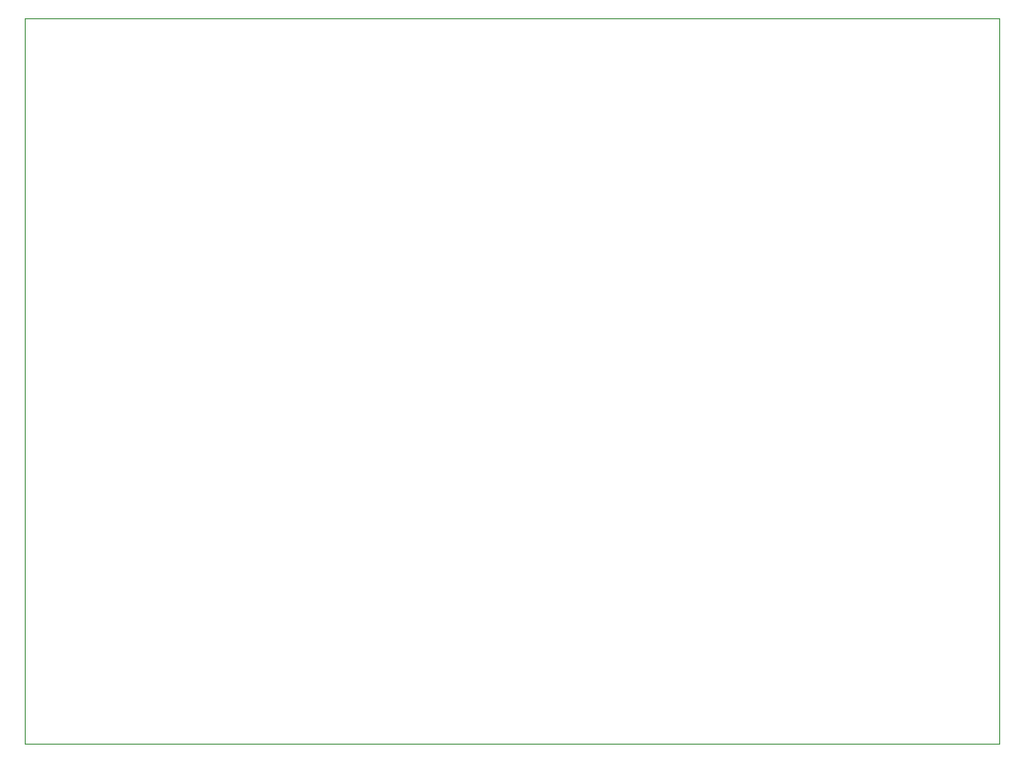
<source format=gbr>
%TF.GenerationSoftware,KiCad,Pcbnew,(6.0.7)*%
%TF.CreationDate,2022-12-07T12:16:08-08:00*%
%TF.ProjectId,TR interface,54522069-6e74-4657-9266-6163652e6b69,rev?*%
%TF.SameCoordinates,Original*%
%TF.FileFunction,Profile,NP*%
%FSLAX46Y46*%
G04 Gerber Fmt 4.6, Leading zero omitted, Abs format (unit mm)*
G04 Created by KiCad (PCBNEW (6.0.7)) date 2022-12-07 12:16:08*
%MOMM*%
%LPD*%
G01*
G04 APERTURE LIST*
%TA.AperFunction,Profile*%
%ADD10C,0.100000*%
%TD*%
G04 APERTURE END LIST*
D10*
X32800000Y-21300000D02*
X122800000Y-21300000D01*
X122800000Y-21300000D02*
X122800000Y-88300000D01*
X122800000Y-88300000D02*
X32800000Y-88300000D01*
X32800000Y-88300000D02*
X32800000Y-21300000D01*
M02*

</source>
